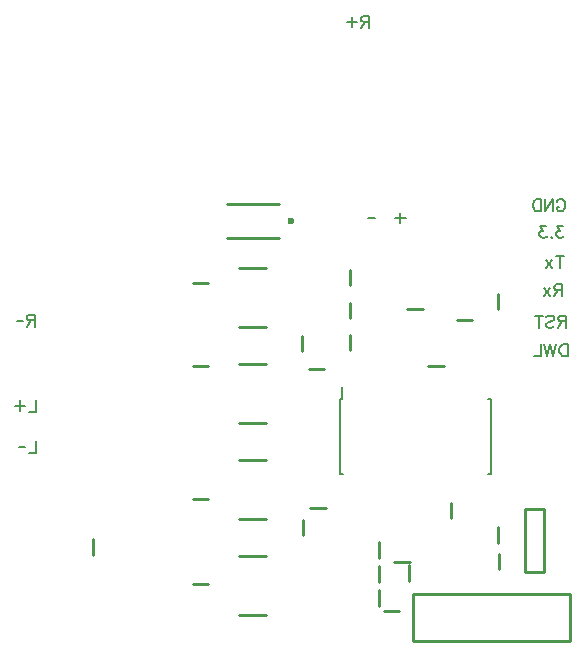
<source format=gbr>
G04 DipTrace 3.3.1.3*
G04 BottomSilk.gbr*
%MOIN*%
G04 #@! TF.FileFunction,Legend,Bot*
G04 #@! TF.Part,Single*
%ADD10C,0.009843*%
%ADD36C,0.023631*%
%ADD66C,0.005906*%
%ADD173C,0.006176*%
%FSLAX26Y26*%
G04*
G70*
G90*
G75*
G01*
G04 BotSilk*
%LPD*%
X3911437Y1403522D2*
D10*
X3962579D1*
X3718483Y1316909D2*
Y1265768D1*
X3815504Y574735D2*
Y625877D1*
X3718483Y1423209D2*
Y1372067D1*
Y1533445D2*
Y1482303D1*
X3815504Y494409D2*
Y545551D1*
X3815299Y414084D2*
Y465226D1*
X4214588Y624035D2*
Y675177D1*
X4127933Y1368131D2*
X4076791D1*
X4215098Y536055D2*
Y587197D1*
X3915333Y549193D2*
Y498051D1*
X3980781Y1212709D2*
X4031923D1*
X4214588Y1403563D2*
Y1454705D1*
X4057371Y758073D2*
Y706932D1*
X3632814Y1203982D2*
X3581672D1*
X3868130Y561003D2*
X3919272D1*
X3832697Y395648D2*
X3883839D1*
X3561003Y1312972D2*
Y1261831D1*
X3587923Y740177D2*
X3639064D1*
X3564260Y700642D2*
Y649500D1*
X3194902Y770648D2*
X3246043D1*
X3194902Y486199D2*
X3246043D1*
Y1490178D2*
X3194902D1*
X3246043Y1214588D2*
X3194902D1*
X2864194Y584665D2*
Y635807D1*
X3482282Y1753939D2*
X3309067D1*
X3482282Y1639764D2*
X3309067D1*
D36*
X3521652Y1696846D3*
X3928452Y453502D2*
D10*
X4454697D1*
X3929161Y299452D2*
Y453747D1*
X3928452Y297244D2*
X4454697D1*
Y299452D2*
Y453747D1*
X3440935Y898854D2*
X3350404D1*
X3440935Y702002D2*
X3350404D1*
X3440935Y578741D2*
X3350404D1*
X3440935Y381889D2*
X3350404D1*
X3440935Y1539081D2*
X3350404D1*
X3440935Y1342229D2*
X3350404D1*
X3440935Y1218968D2*
X3350404D1*
X3440935Y1022116D2*
X3350404D1*
X4366142Y525788D2*
Y738288D1*
X4303644Y525788D2*
X4366142D1*
X4303644D2*
Y738288D1*
X4366142D1*
X3687296Y1102488D2*
D66*
X3694155D1*
X3687296Y852472D2*
X3697404D1*
X4189222D2*
X4179113D1*
X4189222Y1102488D2*
X4179113D1*
X3687296D2*
Y852472D1*
X4189222Y1102488D2*
Y852472D1*
X3694155Y1102488D2*
Y1144795D1*
X4408306Y1760192D2*
D173*
X4410208Y1763995D1*
X4414055Y1767841D1*
X4417857Y1769743D1*
X4425506D1*
X4429353Y1767841D1*
X4433156Y1763995D1*
X4435101Y1760192D1*
X4437002Y1754444D1*
Y1744849D1*
X4435101Y1739146D1*
X4433156Y1735299D1*
X4429353Y1731496D1*
X4425506Y1729551D1*
X4417857D1*
X4414055Y1731496D1*
X4410208Y1735299D1*
X4408306Y1739146D1*
Y1744849D1*
X4417857D1*
X4369160Y1769743D2*
Y1729551D1*
X4395955Y1769743D1*
Y1729551D1*
X4356809Y1769743D2*
Y1729551D1*
X4343412D1*
X4337664Y1731496D1*
X4333817Y1735299D1*
X4331916Y1739146D1*
X4330014Y1744849D1*
Y1754444D1*
X4331916Y1760192D1*
X4333817Y1763995D1*
X4337664Y1767841D1*
X4343412Y1769743D1*
X4356809D1*
X4439954Y1361973D2*
X4422754D1*
X4417006Y1363918D1*
X4415061Y1365819D1*
X4413160Y1369622D1*
Y1373469D1*
X4415061Y1377271D1*
X4417006Y1379217D1*
X4422754Y1381118D1*
X4439954D1*
Y1340926D1*
X4426557Y1361973D2*
X4413160Y1340926D1*
X4374013Y1375370D2*
X4377816Y1379217D1*
X4383564Y1381118D1*
X4391213D1*
X4396961Y1379217D1*
X4400808Y1375370D1*
Y1371568D1*
X4398863Y1367721D1*
X4396961Y1365819D1*
X4393159Y1363918D1*
X4381663Y1360071D1*
X4377816Y1358170D1*
X4375915Y1356225D1*
X4374013Y1352422D1*
Y1346674D1*
X4377816Y1342872D1*
X4383564Y1340926D1*
X4391213D1*
X4396961Y1342872D1*
X4400808Y1346674D1*
X4348265Y1381118D2*
Y1340926D1*
X4361662Y1381118D2*
X4334867D1*
X4429219Y1680132D2*
X4408216D1*
X4419668Y1664833D1*
X4413920D1*
X4410117Y1662932D1*
X4408216Y1661030D1*
X4406271Y1655282D1*
Y1651480D1*
X4408216Y1645732D1*
X4412019Y1641885D1*
X4417767Y1639984D1*
X4423515D1*
X4429219Y1641885D1*
X4431120Y1643831D1*
X4433065Y1647633D1*
X4392018Y1643831D2*
X4393919Y1641885D1*
X4392018Y1639984D1*
X4390072Y1641885D1*
X4392018Y1643831D1*
X4373874Y1680132D2*
X4352872D1*
X4364324Y1664833D1*
X4358576D1*
X4354773Y1662932D1*
X4352872Y1661030D1*
X4350926Y1655282D1*
Y1651480D1*
X4352872Y1645732D1*
X4356674Y1641885D1*
X4362422Y1639984D1*
X4368171D1*
X4373874Y1641885D1*
X4375776Y1643831D1*
X4377721Y1647633D1*
X4444876Y1286475D2*
Y1246283D1*
X4431479D1*
X4425731Y1248229D1*
X4421884Y1252031D1*
X4419983Y1255878D1*
X4418082Y1261582D1*
Y1271176D1*
X4419983Y1276924D1*
X4421884Y1280727D1*
X4425731Y1284574D1*
X4431479Y1286475D1*
X4444876D1*
X4405730D2*
X4396136Y1246283D1*
X4386585Y1286475D1*
X4377034Y1246283D1*
X4367440Y1286475D1*
X4355088D2*
Y1246283D1*
X4332140D1*
X4418684Y1579782D2*
Y1539590D1*
X4432081Y1579782D2*
X4405286D1*
X4392935Y1566385D2*
X4371888Y1539590D1*
Y1566385D2*
X4392935Y1539590D1*
X4427160Y1466149D2*
X4409960D1*
X4404212Y1468094D1*
X4402266Y1469995D1*
X4400365Y1473798D1*
Y1477645D1*
X4402266Y1481447D1*
X4404212Y1483393D1*
X4409960Y1485294D1*
X4427160D1*
Y1445102D1*
X4413762Y1466149D2*
X4400365Y1445102D1*
X4388014Y1471897D2*
X4366967Y1445102D1*
Y1471897D2*
X4388014Y1445102D1*
X2672548Y1101463D2*
Y1061271D1*
X2649600D1*
X2620048Y1098567D2*
Y1064123D1*
X2637248Y1081323D2*
X2602804D1*
X2672547Y963823D2*
Y923631D1*
X2649600D1*
X2637248Y943705D2*
X2615140D1*
X2669472Y1365145D2*
X2652272D1*
X2646524Y1367090D1*
X2644578Y1368991D1*
X2642677Y1372794D1*
Y1376641D1*
X2644578Y1380443D1*
X2646524Y1382389D1*
X2652272Y1384290D1*
X2669472D1*
Y1344098D1*
X2656074Y1365145D2*
X2642677Y1344098D1*
X2630326Y1364172D2*
X2608218D1*
X3782430Y2360175D2*
X3765230D1*
X3759482Y2362120D1*
X3757536Y2364022D1*
X3755635Y2367824D1*
Y2371671D1*
X3757536Y2375473D1*
X3759482Y2377419D1*
X3765230Y2379320D1*
X3782430D1*
Y2339128D1*
X3769033Y2360175D2*
X3755635Y2339128D1*
X3726084Y2376424D2*
Y2341980D1*
X3743284Y2359180D2*
X3708840D1*
X3887765Y1723540D2*
Y1689096D1*
X3904965Y1706295D2*
X3870521D1*
X3802078Y1706318D2*
X3779970D1*
M02*

</source>
